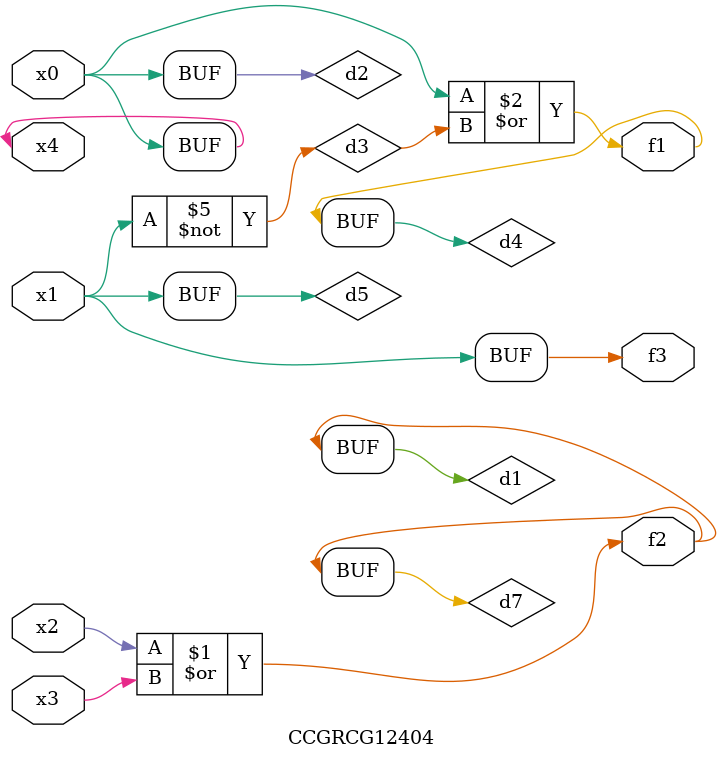
<source format=v>
module CCGRCG12404(
	input x0, x1, x2, x3, x4,
	output f1, f2, f3
);

	wire d1, d2, d3, d4, d5, d6, d7;

	or (d1, x2, x3);
	buf (d2, x0, x4);
	not (d3, x1);
	or (d4, d2, d3);
	not (d5, d3);
	nand (d6, d1, d3);
	or (d7, d1);
	assign f1 = d4;
	assign f2 = d7;
	assign f3 = d5;
endmodule

</source>
